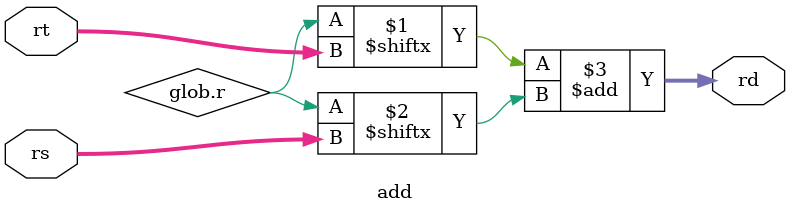
<source format=v>
module add(
	rs, rt, rd
);

input [4:0] rs, rt;
output [31:0] rd;

assign rd = glob.r[rt] + glob.r[rs];

endmodule

</source>
